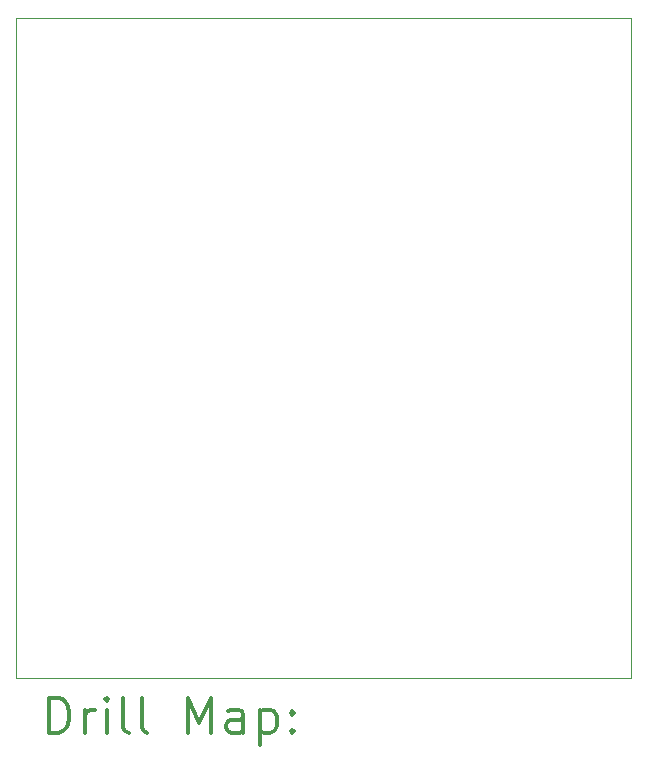
<source format=gbr>
%FSLAX45Y45*%
G04 Gerber Fmt 4.5, Leading zero omitted, Abs format (unit mm)*
G04 Created by KiCad (PCBNEW (5.1.12)-1) date 2022-10-05 17:54:54*
%MOMM*%
%LPD*%
G01*
G04 APERTURE LIST*
%TA.AperFunction,Profile*%
%ADD10C,0.050000*%
%TD*%
%ADD11C,0.200000*%
%ADD12C,0.300000*%
G04 APERTURE END LIST*
D10*
X10922000Y-4445000D02*
X16129000Y-4445000D01*
X10922000Y-4572000D02*
X10922000Y-4445000D01*
X10922000Y-10033000D02*
X10922000Y-4572000D01*
X16129000Y-10033000D02*
X10922000Y-10033000D01*
X16129000Y-4445000D02*
X16129000Y-10033000D01*
D11*
D12*
X11205928Y-10501214D02*
X11205928Y-10201214D01*
X11277357Y-10201214D01*
X11320214Y-10215500D01*
X11348786Y-10244072D01*
X11363071Y-10272643D01*
X11377357Y-10329786D01*
X11377357Y-10372643D01*
X11363071Y-10429786D01*
X11348786Y-10458357D01*
X11320214Y-10486929D01*
X11277357Y-10501214D01*
X11205928Y-10501214D01*
X11505928Y-10501214D02*
X11505928Y-10301214D01*
X11505928Y-10358357D02*
X11520214Y-10329786D01*
X11534500Y-10315500D01*
X11563071Y-10301214D01*
X11591643Y-10301214D01*
X11691643Y-10501214D02*
X11691643Y-10301214D01*
X11691643Y-10201214D02*
X11677357Y-10215500D01*
X11691643Y-10229786D01*
X11705928Y-10215500D01*
X11691643Y-10201214D01*
X11691643Y-10229786D01*
X11877357Y-10501214D02*
X11848786Y-10486929D01*
X11834500Y-10458357D01*
X11834500Y-10201214D01*
X12034500Y-10501214D02*
X12005928Y-10486929D01*
X11991643Y-10458357D01*
X11991643Y-10201214D01*
X12377357Y-10501214D02*
X12377357Y-10201214D01*
X12477357Y-10415500D01*
X12577357Y-10201214D01*
X12577357Y-10501214D01*
X12848786Y-10501214D02*
X12848786Y-10344072D01*
X12834500Y-10315500D01*
X12805928Y-10301214D01*
X12748786Y-10301214D01*
X12720214Y-10315500D01*
X12848786Y-10486929D02*
X12820214Y-10501214D01*
X12748786Y-10501214D01*
X12720214Y-10486929D01*
X12705928Y-10458357D01*
X12705928Y-10429786D01*
X12720214Y-10401214D01*
X12748786Y-10386929D01*
X12820214Y-10386929D01*
X12848786Y-10372643D01*
X12991643Y-10301214D02*
X12991643Y-10601214D01*
X12991643Y-10315500D02*
X13020214Y-10301214D01*
X13077357Y-10301214D01*
X13105928Y-10315500D01*
X13120214Y-10329786D01*
X13134500Y-10358357D01*
X13134500Y-10444072D01*
X13120214Y-10472643D01*
X13105928Y-10486929D01*
X13077357Y-10501214D01*
X13020214Y-10501214D01*
X12991643Y-10486929D01*
X13263071Y-10472643D02*
X13277357Y-10486929D01*
X13263071Y-10501214D01*
X13248786Y-10486929D01*
X13263071Y-10472643D01*
X13263071Y-10501214D01*
X13263071Y-10315500D02*
X13277357Y-10329786D01*
X13263071Y-10344072D01*
X13248786Y-10329786D01*
X13263071Y-10315500D01*
X13263071Y-10344072D01*
M02*

</source>
